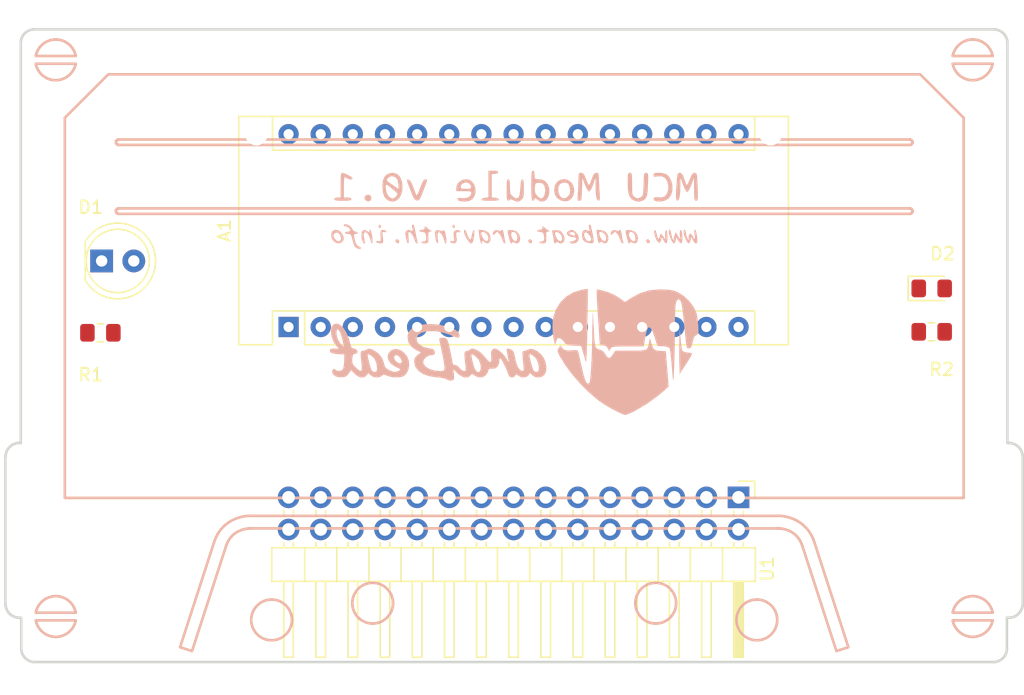
<source format=kicad_pcb>
(kicad_pcb (version 20171130) (host pcbnew "(5.0.1-3-g963ef8bb5)")
  (layers (0 F.Cu signal) (31 B.Cu signal) (34 B.Paste user) (35 F.Paste user) (36 B.SilkS user) (37 F.SilkS user) (38 B.Mask user) (39 F.Mask user) (44 Edge.Cuts user))
  (net 0 "")
  (net 1 D1)
  (net 2 D0)
  (net 3 AREF)
  (net 4 RST)
  (net 5 A0)
  (net 6 GND)
  (net 7 A1)
  (net 8 D2)
  (net 9 A2)
  (net 10 D3)
  (net 11 A3)
  (net 12 D4)
  (net 13 A4)
  (net 14 D5)
  (net 15 A5)
  (net 16 D6)
  (net 17 A6)
  (net 18 D7)
  (net 19 A7)
  (net 20 D8)
  (net 21 5V)
  (net 22 D9)
  (net 23 D10)
  (net 24 D11)
  (net 25 D12)
  (net 26 D13)
  (net 27 "Net-(D1-Pad1)")
  (net 28 "Net-(D2-Pad1)")
  (module ARABEAT:MCU-CASSETTE-SILKSCREEN-EDGECUT (layer F.Cu) (at 100 100)
    (fp_text reference REF** hide)
    (fp_text value CASSETTE-SILKSCREEN)
    (fp_line (start 79.361002 32.865871) (end 79.361002 1.249153) (layer Edge.Cuts) (width 0.2))
    (fp_line (start 79.577737 32.868496) (end 79.504293 32.865871) (layer Edge.Cuts) (width 0.2))
    (fp_line (start 79.649852 32.876258) (end 79.577737 32.868496) (layer Edge.Cuts) (width 0.2))
    (fp_line (start 79.720478 32.888989) (end 79.649852 32.876258) (layer Edge.Cuts) (width 0.2))
    (fp_line (start 79.789457 32.906517) (end 79.720478 32.888989) (layer Edge.Cuts) (width 0.2))
    (fp_line (start 79.856628 32.928675) (end 79.789457 32.906517) (layer Edge.Cuts) (width 0.2))
    (fp_line (start 79.921831 32.955292) (end 79.856628 32.928675) (layer Edge.Cuts) (width 0.2))
    (fp_line (start 79.984907 32.986199) (end 79.921831 32.955292) (layer Edge.Cuts) (width 0.2))
    (fp_line (start 80.045697 33.021227) (end 79.984907 32.986199) (layer Edge.Cuts) (width 0.2))
    (fp_line (start 80.104039 33.060206) (end 80.045697 33.021227) (layer Edge.Cuts) (width 0.2))
    (fp_line (start 80.159775 33.102967) (end 80.104039 33.060206) (layer Edge.Cuts) (width 0.2))
    (fp_line (start 80.212745 33.14934) (end 80.159775 33.102967) (layer Edge.Cuts) (width 0.2))
    (fp_line (start 80.262789 33.199156) (end 80.212745 33.14934) (layer Edge.Cuts) (width 0.2))
    (fp_line (start 80.309748 33.252245) (end 80.262789 33.199156) (layer Edge.Cuts) (width 0.2))
    (fp_line (start 80.353461 33.308438) (end 80.309748 33.252245) (layer Edge.Cuts) (width 0.2))
    (fp_line (start 80.393769 33.367566) (end 80.353461 33.308438) (layer Edge.Cuts) (width 0.2))
    (fp_line (start 80.430512 33.429459) (end 80.393769 33.367566) (layer Edge.Cuts) (width 0.2))
    (fp_line (start 80.463531 33.493947) (end 80.430512 33.429459) (layer Edge.Cuts) (width 0.2))
    (fp_line (start 80.492665 33.560861) (end 80.463531 33.493947) (layer Edge.Cuts) (width 0.2))
    (fp_line (start 80.517756 33.630033) (end 80.492665 33.560861) (layer Edge.Cuts) (width 0.2))
    (fp_line (start 80.538643 33.701291) (end 80.517756 33.630033) (layer Edge.Cuts) (width 0.2))
    (fp_line (start 80.555166 33.774467) (end 80.538643 33.701291) (layer Edge.Cuts) (width 0.2))
    (fp_line (start 80.567166 33.849392) (end 80.555166 33.774467) (layer Edge.Cuts) (width 0.2))
    (fp_line (start 80.574483 33.925895) (end 80.567166 33.849392) (layer Edge.Cuts) (width 0.2))
    (fp_line (start 80.576958 34.003808) (end 80.574483 33.925895) (layer Edge.Cuts) (width 0.2))
    (fp_line (start 80.576958 45.533635) (end 80.576958 34.003808) (layer Edge.Cuts) (width 0.2))
    (fp_line (start 80.574483 45.611511) (end 80.576958 45.533635) (layer Edge.Cuts) (width 0.2))
    (fp_line (start 80.567166 45.687981) (end 80.574483 45.611511) (layer Edge.Cuts) (width 0.2))
    (fp_line (start 80.555166 45.762874) (end 80.567166 45.687981) (layer Edge.Cuts) (width 0.2))
    (fp_line (start 80.538643 45.836022) (end 80.555166 45.762874) (layer Edge.Cuts) (width 0.2))
    (fp_line (start 80.517756 45.907255) (end 80.538643 45.836022) (layer Edge.Cuts) (width 0.2))
    (fp_line (start 80.492665 45.976403) (end 80.517756 45.907255) (layer Edge.Cuts) (width 0.2))
    (fp_line (start 80.463531 46.043297) (end 80.492665 45.976403) (layer Edge.Cuts) (width 0.2))
    (fp_line (start 80.430512 46.107767) (end 80.463531 46.043297) (layer Edge.Cuts) (width 0.2))
    (fp_line (start 80.393769 46.169643) (end 80.430512 46.107767) (layer Edge.Cuts) (width 0.2))
    (fp_line (start 80.353461 46.228757) (end 80.393769 46.169643) (layer Edge.Cuts) (width 0.2))
    (fp_line (start 80.309748 46.284937) (end 80.353461 46.228757) (layer Edge.Cuts) (width 0.2))
    (fp_line (start 80.262789 46.338016) (end 80.309748 46.284937) (layer Edge.Cuts) (width 0.2))
    (fp_line (start 80.212745 46.387823) (end 80.262789 46.338016) (layer Edge.Cuts) (width 0.2))
    (fp_line (start 80.159775 46.434188) (end 80.212745 46.387823) (layer Edge.Cuts) (width 0.2))
    (fp_line (start 80.104039 46.476943) (end 80.159775 46.434188) (layer Edge.Cuts) (width 0.2))
    (fp_line (start 80.045697 46.515917) (end 80.104039 46.476943) (layer Edge.Cuts) (width 0.2))
    (fp_line (start 79.984907 46.550941) (end 80.045697 46.515917) (layer Edge.Cuts) (width 0.2))
    (fp_line (start 79.921831 46.581845) (end 79.984907 46.550941) (layer Edge.Cuts) (width 0.2))
    (fp_line (start 79.856628 46.60846) (end 79.921831 46.581845) (layer Edge.Cuts) (width 0.2))
    (fp_line (start 79.789457 46.630617) (end 79.856628 46.60846) (layer Edge.Cuts) (width 0.2))
    (fp_line (start 79.720478 46.648144) (end 79.789457 46.630617) (layer Edge.Cuts) (width 0.2))
    (fp_line (start 79.649852 46.660874) (end 79.720478 46.648144) (layer Edge.Cuts) (width 0.2))
    (fp_line (start 79.577737 46.668636) (end 79.649852 46.660874) (layer Edge.Cuts) (width 0.2))
    (fp_line (start 79.504293 46.671262) (end 79.577737 46.668636) (layer Edge.Cuts) (width 0.2))
    (fp_line (start 79.325256 46.671262) (end 79.504293 46.671262) (layer Edge.Cuts) (width 0.2))
    (fp_line (start 79.325256 49.103484) (end 79.325256 46.671262) (layer Edge.Cuts) (width 0.2))
    (fp_line (start 79.32278 49.176929) (end 79.325256 49.103484) (layer Edge.Cuts) (width 0.2))
    (fp_line (start 79.315459 49.249049) (end 79.32278 49.176929) (layer Edge.Cuts) (width 0.2))
    (fp_line (start 79.303451 49.319683) (end 79.315459 49.249049) (layer Edge.Cuts) (width 0.2))
    (fp_line (start 79.286918 49.388671) (end 79.303451 49.319683) (layer Edge.Cuts) (width 0.2))
    (fp_line (start 79.26602 49.455854) (end 79.286918 49.388671) (layer Edge.Cuts) (width 0.2))
    (fp_line (start 79.240915 49.521071) (end 79.26602 49.455854) (layer Edge.Cuts) (width 0.2))
    (fp_line (start 79.211766 49.584163) (end 79.240915 49.521071) (layer Edge.Cuts) (width 0.2))
    (fp_line (start 79.17873 49.644969) (end 79.211766 49.584163) (layer Edge.Cuts) (width 0.2))
    (fp_line (start 79.141969 49.703329) (end 79.17873 49.644969) (layer Edge.Cuts) (width 0.2))
    (fp_line (start 79.101643 49.759084) (end 79.141969 49.703329) (layer Edge.Cuts) (width 0.2))
    (fp_line (start 79.05791 49.812073) (end 79.101643 49.759084) (layer Edge.Cuts) (width 0.2))
    (fp_line (start 79.010933 49.862136) (end 79.05791 49.812073) (layer Edge.Cuts) (width 0.2))
    (fp_line (start 78.960869 49.909114) (end 79.010933 49.862136) (layer Edge.Cuts) (width 0.2))
    (fp_line (start 78.90788 49.952846) (end 78.960869 49.909114) (layer Edge.Cuts) (width 0.2))
    (fp_line (start 78.852126 49.993173) (end 78.90788 49.952846) (layer Edge.Cuts) (width 0.2))
    (fp_line (start 78.793765 50.029934) (end 78.852126 49.993173) (layer Edge.Cuts) (width 0.2))
    (fp_line (start 78.732959 50.062969) (end 78.793765 50.029934) (layer Edge.Cuts) (width 0.2))
    (fp_line (start 78.669868 50.092119) (end 78.732959 50.062969) (layer Edge.Cuts) (width 0.2))
    (fp_line (start 78.604651 50.117223) (end 78.669868 50.092119) (layer Edge.Cuts) (width 0.2))
    (fp_line (start 78.537468 50.138122) (end 78.604651 50.117223) (layer Edge.Cuts) (width 0.2))
    (fp_line (start 78.46848 50.154655) (end 78.537468 50.138122) (layer Edge.Cuts) (width 0.2))
    (fp_line (start 78.397846 50.166662) (end 78.46848 50.154655) (layer Edge.Cuts) (width 0.2))
    (fp_line (start 78.325726 50.173984) (end 78.397846 50.166662) (layer Edge.Cuts) (width 0.2))
    (fp_line (start 78.252281 50.17646) (end 78.325726 50.173984) (layer Edge.Cuts) (width 0.2))
    (fp_line (start 2.500897 50.17646) (end 78.252281 50.17646) (layer Edge.Cuts) (width 0.2))
    (fp_line (start 2.427451 50.173984) (end 2.500897 50.17646) (layer Edge.Cuts) (width 0.2))
    (fp_line (start 2.355332 50.166662) (end 2.427451 50.173984) (layer Edge.Cuts) (width 0.2))
    (fp_line (start 2.284698 50.154655) (end 2.355332 50.166662) (layer Edge.Cuts) (width 0.2))
    (fp_line (start 2.215709 50.138122) (end 2.284698 50.154655) (layer Edge.Cuts) (width 0.2))
    (fp_line (start 2.148526 50.117223) (end 2.215709 50.138122) (layer Edge.Cuts) (width 0.2))
    (fp_line (start 2.083309 50.092119) (end 2.148526 50.117223) (layer Edge.Cuts) (width 0.2))
    (fp_line (start 2.020218 50.062969) (end 2.083309 50.092119) (layer Edge.Cuts) (width 0.2))
    (fp_line (start 1.959412 50.029934) (end 2.020218 50.062969) (layer Edge.Cuts) (width 0.2))
    (fp_line (start 1.901052 49.993173) (end 1.959412 50.029934) (layer Edge.Cuts) (width 0.2))
    (fp_line (start 1.845297 49.952846) (end 1.901052 49.993173) (layer Edge.Cuts) (width 0.2))
    (fp_line (start 1.792308 49.909114) (end 1.845297 49.952846) (layer Edge.Cuts) (width 0.2))
    (fp_line (start 1.742245 49.862136) (end 1.792308 49.909114) (layer Edge.Cuts) (width 0.2))
    (fp_line (start 1.695267 49.812073) (end 1.742245 49.862136) (layer Edge.Cuts) (width 0.2))
    (fp_line (start 1.651535 49.759084) (end 1.695267 49.812073) (layer Edge.Cuts) (width 0.2))
    (fp_line (start 1.611209 49.703329) (end 1.651535 49.759084) (layer Edge.Cuts) (width 0.2))
    (fp_line (start 1.574448 49.644969) (end 1.611209 49.703329) (layer Edge.Cuts) (width 0.2))
    (fp_line (start 1.541413 49.584163) (end 1.574448 49.644969) (layer Edge.Cuts) (width 0.2))
    (fp_line (start 1.512263 49.521071) (end 1.541413 49.584163) (layer Edge.Cuts) (width 0.2))
    (fp_line (start 1.487159 49.455854) (end 1.512263 49.521071) (layer Edge.Cuts) (width 0.2))
    (fp_line (start 1.46626 49.388671) (end 1.487159 49.455854) (layer Edge.Cuts) (width 0.2))
    (fp_line (start 1.449727 49.319683) (end 1.46626 49.388671) (layer Edge.Cuts) (width 0.2))
    (fp_line (start 1.43772 49.249049) (end 1.449727 49.319683) (layer Edge.Cuts) (width 0.2))
    (fp_line (start 1.430398 49.176929) (end 1.43772 49.249049) (layer Edge.Cuts) (width 0.2))
    (fp_line (start 1.427922 49.103484) (end 1.430398 49.176929) (layer Edge.Cuts) (width 0.2))
    (fp_line (start 1.427922 46.671262) (end 1.427922 49.103484) (layer Edge.Cuts) (width 0.2))
    (fp_line (start 1.249506 46.671262) (end 1.427922 46.671262) (layer Edge.Cuts) (width 0.2))
    (fp_line (start 1.176025 46.668636) (end 1.249506 46.671262) (layer Edge.Cuts) (width 0.2))
    (fp_line (start 1.103875 46.660874) (end 1.176025 46.668636) (layer Edge.Cuts) (width 0.2))
    (fp_line (start 1.033217 46.648144) (end 1.103875 46.660874) (layer Edge.Cuts) (width 0.2))
    (fp_line (start 0.96421 46.630617) (end 1.033217 46.648144) (layer Edge.Cuts) (width 0.2))
    (fp_line (start 0.897013 46.60846) (end 0.96421 46.630617) (layer Edge.Cuts) (width 0.2))
    (fp_line (start 0.831787 46.581845) (end 0.897013 46.60846) (layer Edge.Cuts) (width 0.2))
    (fp_line (start 0.76869 46.550941) (end 0.831787 46.581845) (layer Edge.Cuts) (width 0.2))
    (fp_line (start 0.707882 46.515917) (end 0.76869 46.550941) (layer Edge.Cuts) (width 0.2))
    (fp_line (start 0.649524 46.476943) (end 0.707882 46.515917) (layer Edge.Cuts) (width 0.2))
    (fp_line (start 0.593773 46.434188) (end 0.649524 46.476943) (layer Edge.Cuts) (width 0.2))
    (fp_line (start 0.540791 46.387823) (end 0.593773 46.434188) (layer Edge.Cuts) (width 0.2))
    (fp_line (start 0.490737 46.338016) (end 0.540791 46.387823) (layer Edge.Cuts) (width 0.2))
    (fp_line (start 0.44377 46.284937) (end 0.490737 46.338016) (layer Edge.Cuts) (width 0.2))
    (fp_line (start 0.400049 46.228757) (end 0.44377 46.284937) (layer Edge.Cuts) (width 0.2))
    (fp_line (start 0.359735 46.169643) (end 0.400049 46.228757) (layer Edge.Cuts) (width 0.2))
    (fp_line (start 0.322988 46.107767) (end 0.359735 46.169643) (layer Edge.Cuts) (width 0.2))
    (fp_line (start 0.289965 46.043297) (end 0.322988 46.107767) (layer Edge.Cuts) (width 0.2))
    (fp_line (start 0.260828 45.976403) (end 0.289965 46.043297) (layer Edge.Cuts) (width 0.2))
    (fp_line (start 0.235736 45.907255) (end 0.260828 45.976403) (layer Edge.Cuts) (width 0.2))
    (fp_line (start 0.214848 45.836022) (end 0.235736 45.907255) (layer Edge.Cuts) (width 0.2))
    (fp_line (start 0.198324 45.762874) (end 0.214848 45.836022) (layer Edge.Cuts) (width 0.2))
    (fp_line (start 0.186323 45.687981) (end 0.198324 45.762874) (layer Edge.Cuts) (width 0.2))
    (fp_line (start 0.179006 45.611511) (end 0.186323 45.687981) (layer Edge.Cuts) (width 0.2))
    (fp_line (start 0.176532 45.533635) (end 0.179006 45.611511) (layer Edge.Cuts) (width 0.2))
    (fp_line (start 0.649524 33.060206) (end 0.593773 33.102967) (layer Edge.Cuts) (width 0.2))
    (fp_line (start 0.707882 33.021227) (end 0.649524 33.060206) (layer Edge.Cuts) (width 0.2))
    (fp_line (start 0.76869 32.986199) (end 0.707882 33.021227) (layer Edge.Cuts) (width 0.2))
    (fp_line (start 0.831787 32.955292) (end 0.76869 32.986199) (layer Edge.Cuts) (width 0.2))
    (fp_line (start 0.897013 32.928675) (end 0.831787 32.955292) (layer Edge.Cuts) (width 0.2))
    (fp_line (start 1.659519 0.540698) (end 1.615786 0.593668) (layer Edge.Cuts) (width 0.2))
    (fp_line (start 1.706497 0.490653) (end 1.659519 0.540698) (layer Edge.Cuts) (width 0.2))
    (fp_line (start 1.756561 0.443694) (end 1.706497 0.490653) (layer Edge.Cuts) (width 0.2))
    (fp_line (start 1.80955 0.399981) (end 1.756561 0.443694) (layer Edge.Cuts) (width 0.2))
    (fp_line (start 1.865304 0.359673) (end 1.80955 0.399981) (layer Edge.Cuts) (width 0.2))
    (fp_line (start 1.923665 0.322929) (end 1.865304 0.359673) (layer Edge.Cuts) (width 0.2))
    (fp_line (start 1.98447 0.28991) (end 1.923665 0.322929) (layer Edge.Cuts) (width 0.2))
    (fp_line (start 2.047562 0.260775) (end 1.98447 0.28991) (layer Edge.Cuts) (width 0.2))
    (fp_line (start 2.112779 0.235685) (end 2.047562 0.260775) (layer Edge.Cuts) (width 0.2))
    (fp_line (start 79.504293 32.865871) (end 79.361002 32.865871) (layer Edge.Cuts) (width 0.2))
    (fp_line (start 1.476513 0.831613) (end 1.451408 0.896817) (layer Edge.Cuts) (width 0.2))
    (fp_line (start 1.505663 0.768537) (end 1.476513 0.831613) (layer Edge.Cuts) (width 0.2))
    (fp_line (start 1.538698 0.707747) (end 1.505663 0.768537) (layer Edge.Cuts) (width 0.2))
    (fp_line (start 1.57546 0.649404) (end 1.538698 0.707747) (layer Edge.Cuts) (width 0.2))
    (fp_line (start 1.615786 0.593668) (end 1.57546 0.649404) (layer Edge.Cuts) (width 0.2))
    (fp_line (start 1.392171 32.865871) (end 1.249506 32.865871) (layer Edge.Cuts) (width 0.2))
    (fp_line (start 1.392171 1.249153) (end 1.392171 32.865871) (layer Edge.Cuts) (width 0.2))
    (fp_line (start 1.394647 1.175709) (end 1.392171 1.249153) (layer Edge.Cuts) (width 0.2))
    (fp_line (start 1.401969 1.103594) (end 1.394647 1.175709) (layer Edge.Cuts) (width 0.2))
    (fp_line (start 1.413976 1.032967) (end 1.401969 1.103594) (layer Edge.Cuts) (width 0.2))
    (fp_line (start 1.430509 0.963988) (end 1.413976 1.032967) (layer Edge.Cuts) (width 0.2))
    (fp_line (start 1.451408 0.896817) (end 1.430509 0.963988) (layer Edge.Cuts) (width 0.2))
    (fp_line (start 2.179961 0.214798) (end 2.112779 0.235685) (layer Edge.Cuts) (width 0.2))
    (fp_line (start 2.248949 0.198274) (end 2.179961 0.214798) (layer Edge.Cuts) (width 0.2))
    (fp_line (start 2.319582 0.186274) (end 2.248949 0.198274) (layer Edge.Cuts) (width 0.2))
    (fp_line (start 2.391701 0.178957) (end 2.319582 0.186274) (layer Edge.Cuts) (width 0.2))
    (fp_line (start 2.465145 0.176482) (end 2.391701 0.178957) (layer Edge.Cuts) (width 0.2))
    (fp_line (start 0.96421 32.906517) (end 0.897013 32.928675) (layer Edge.Cuts) (width 0.2))
    (fp_line (start 1.033217 32.888989) (end 0.96421 32.906517) (layer Edge.Cuts) (width 0.2))
    (fp_line (start 1.103875 32.876258) (end 1.033217 32.888989) (layer Edge.Cuts) (width 0.2))
    (fp_line (start 1.176025 32.868496) (end 1.103875 32.876258) (layer Edge.Cuts) (width 0.2))
    (fp_line (start 1.249506 32.865871) (end 1.176025 32.868496) (layer Edge.Cuts) (width 0.2))
    (fp_line (start 78.82951 0.322929) (end 78.768704 0.28991) (layer Edge.Cuts) (width 0.2))
    (fp_line (start 78.887871 0.359673) (end 78.82951 0.322929) (layer Edge.Cuts) (width 0.2))
    (fp_line (start 78.943625 0.399981) (end 78.887871 0.359673) (layer Edge.Cuts) (width 0.2))
    (fp_line (start 78.996614 0.443694) (end 78.943625 0.399981) (layer Edge.Cuts) (width 0.2))
    (fp_line (start 79.046678 0.490653) (end 78.996614 0.443694) (layer Edge.Cuts) (width 0.2))
    (fp_line (start 79.093656 0.540698) (end 79.046678 0.490653) (layer Edge.Cuts) (width 0.2))
    (fp_line (start 79.137388 0.593668) (end 79.093656 0.540698) (layer Edge.Cuts) (width 0.2))
    (fp_line (start 79.177715 0.649404) (end 79.137388 0.593668) (layer Edge.Cuts) (width 0.2))
    (fp_line (start 79.214476 0.707747) (end 79.177715 0.649404) (layer Edge.Cuts) (width 0.2))
    (fp_line (start 79.247511 0.768537) (end 79.214476 0.707747) (layer Edge.Cuts) (width 0.2))
    (fp_line (start 79.276661 0.831613) (end 79.247511 0.768537) (layer Edge.Cuts) (width 0.2))
    (fp_line (start 79.301765 0.896817) (end 79.276661 0.831613) (layer Edge.Cuts) (width 0.2))
    (fp_line (start 79.322664 0.963988) (end 79.301765 0.896817) (layer Edge.Cuts) (width 0.2))
    (fp_line (start 79.339197 1.032967) (end 79.322664 0.963988) (layer Edge.Cuts) (width 0.2))
    (fp_line (start 79.351204 1.103594) (end 79.339197 1.032967) (layer Edge.Cuts) (width 0.2))
    (fp_line (start 79.358526 1.175709) (end 79.351204 1.103594) (layer Edge.Cuts) (width 0.2))
    (fp_line (start 79.361002 1.249153) (end 79.358526 1.175709) (layer Edge.Cuts) (width 0.2))
    (fp_line (start 0.260828 33.560861) (end 0.235736 33.630033) (layer Edge.Cuts) (width 0.2))
    (fp_line (start 0.289965 33.493947) (end 0.260828 33.560861) (layer Edge.Cuts) (width 0.2))
    (fp_line (start 0.322988 33.429459) (end 0.289965 33.493947) (layer Edge.Cuts) (width 0.2))
    (fp_line (start 0.359735 33.367566) (end 0.322988 33.429459) (layer Edge.Cuts) (width 0.2))
    (fp_line (start 0.400049 33.308438) (end 0.359735 33.367566) (layer Edge.Cuts) (width 0.2))
    (fp_line (start 0.44377 33.252245) (end 0.400049 33.308438) (layer Edge.Cuts) (width 0.2))
    (fp_line (start 0.490737 33.199156) (end 0.44377 33.252245) (layer Edge.Cuts) (width 0.2))
    (fp_line (start 0.540791 33.14934) (end 0.490737 33.199156) (layer Edge.Cuts) (width 0.2))
    (fp_line (start 0.593773 33.102967) (end 0.540791 33.14934) (layer Edge.Cuts) (width 0.2))
    (fp_line (start 0.198324 33.774467) (end 0.186323 33.849392) (layer Edge.Cuts) (width 0.2))
    (fp_line (start 0.214848 33.701291) (end 0.198324 33.774467) (layer Edge.Cuts) (width 0.2))
    (fp_line (start 0.235736 33.630033) (end 0.214848 33.701291) (layer Edge.Cuts) (width 0.2))
    (fp_line (start 0.176532 34.003808) (end 0.176532 45.533635) (layer Edge.Cuts) (width 0.2))
    (fp_line (start 0.179006 33.925895) (end 0.176532 34.003808) (layer Edge.Cuts) (width 0.2))
    (fp_line (start 0.186323 33.849392) (end 0.179006 33.925895) (layer Edge.Cuts) (width 0.2))
    (fp_line (start 78.288027 0.176482) (end 2.465145 0.176482) (layer Edge.Cuts) (width 0.2))
    (fp_line (start 78.361472 0.178957) (end 78.288027 0.176482) (layer Edge.Cuts) (width 0.2))
    (fp_line (start 78.433591 0.186274) (end 78.361472 0.178957) (layer Edge.Cuts) (width 0.2))
    (fp_line (start 78.504225 0.198274) (end 78.433591 0.186274) (layer Edge.Cuts) (width 0.2))
    (fp_line (start 78.573213 0.214798) (end 78.504225 0.198274) (layer Edge.Cuts) (width 0.2))
    (fp_line (start 78.640396 0.235685) (end 78.573213 0.214798) (layer Edge.Cuts) (width 0.2))
    (fp_line (start 78.705613 0.260775) (end 78.640396 0.235685) (layer Edge.Cuts) (width 0.2))
    (fp_line (start 78.768704 0.28991) (end 78.705613 0.260775) (layer Edge.Cuts) (width 0.2))
  )
  (module Module:Arduino_Nano_WithMountingHoles (layer F.Cu) (at 122.555 123.698 90)
    (fp_text reference A1 (at 7.62 -5.08 90) (layer F.SilkS))
    (fp_text value Arduino_Nano_v3.x)
    (pad "" np_thru_hole circle (at 0 38.1 90) (size 1.78 1.78) (drill 1.78) (layers *.Cu *.Mask))
    (pad "" np_thru_hole circle (at 15.24 38.1 90) (size 1.78 1.78) (drill 1.78) (layers *.Cu *.Mask))
    (pad "" np_thru_hole circle (at 15.24 -2.54 90) (size 1.78 1.78) (drill 1.78) (layers *.Cu *.Mask))
    (pad "" np_thru_hole circle (at 0 -2.54 90) (size 1.78 1.78) (drill 1.78) (layers *.Cu *.Mask))
    (pad 16 thru_hole oval (at 15.24 35.56 90) (size 1.6 1.6) (drill 0.8) (layers *.Cu *.Mask) (net 26 D13))
    (pad 15 thru_hole oval (at 0 35.56 90) (size 1.6 1.6) (drill 0.8) (layers *.Cu *.Mask) (net 25 D12))
    (pad 30 thru_hole oval (at 15.24 0 90) (size 1.6 1.6) (drill 0.8) (layers *.Cu *.Mask))
    (pad 14 thru_hole oval (at 0 33.02 90) (size 1.6 1.6) (drill 0.8) (layers *.Cu *.Mask) (net 24 D11))
    (pad 29 thru_hole oval (at 15.24 2.54 90) (size 1.6 1.6) (drill 0.8) (layers *.Cu *.Mask) (net 6 GND))
    (pad 13 thru_hole oval (at 0 30.48 90) (size 1.6 1.6) (drill 0.8) (layers *.Cu *.Mask) (net 23 D10))
    (pad 28 thru_hole oval (at 15.24 5.08 90) (size 1.6 1.6) (drill 0.8) (layers *.Cu *.Mask) (net 4 RST))
    (pad 12 thru_hole oval (at 0 27.94 90) (size 1.6 1.6) (drill 0.8) (layers *.Cu *.Mask) (net 22 D9))
    (pad 27 thru_hole oval (at 15.24 7.62 90) (size 1.6 1.6) (drill 0.8) (layers *.Cu *.Mask) (net 21 5V))
    (pad 11 thru_hole oval (at 0 25.4 90) (size 1.6 1.6) (drill 0.8) (layers *.Cu *.Mask) (net 20 D8))
    (pad 26 thru_hole oval (at 15.24 10.16 90) (size 1.6 1.6) (drill 0.8) (layers *.Cu *.Mask) (net 19 A7))
    (pad 10 thru_hole oval (at 0 22.86 90) (size 1.6 1.6) (drill 0.8) (layers *.Cu *.Mask) (net 18 D7))
    (pad 25 thru_hole oval (at 15.24 12.7 90) (size 1.6 1.6) (drill 0.8) (layers *.Cu *.Mask) (net 17 A6))
    (pad 9 thru_hole oval (at 0 20.32 90) (size 1.6 1.6) (drill 0.8) (layers *.Cu *.Mask) (net 16 D6))
    (pad 24 thru_hole oval (at 15.24 15.24 90) (size 1.6 1.6) (drill 0.8) (layers *.Cu *.Mask) (net 15 A5))
    (pad 8 thru_hole oval (at 0 17.78 90) (size 1.6 1.6) (drill 0.8) (layers *.Cu *.Mask) (net 14 D5))
    (pad 23 thru_hole oval (at 15.24 17.78 90) (size 1.6 1.6) (drill 0.8) (layers *.Cu *.Mask) (net 13 A4))
    (pad 7 thru_hole oval (at 0 15.24 90) (size 1.6 1.6) (drill 0.8) (layers *.Cu *.Mask) (net 12 D4))
    (pad 22 thru_hole oval (at 15.24 20.32 90) (size 1.6 1.6) (drill 0.8) (layers *.Cu *.Mask) (net 11 A3))
    (pad 6 thru_hole oval (at 0 12.7 90) (size 1.6 1.6) (drill 0.8) (layers *.Cu *.Mask) (net 10 D3))
    (pad 21 thru_hole oval (at 15.24 22.86 90) (size 1.6 1.6) (drill 0.8) (layers *.Cu *.Mask) (net 9 A2))
    (pad 5 thru_hole oval (at 0 10.16 90) (size 1.6 1.6) (drill 0.8) (layers *.Cu *.Mask) (net 8 D2))
    (pad 20 thru_hole oval (at 15.24 25.4 90) (size 1.6 1.6) (drill 0.8) (layers *.Cu *.Mask) (net 7 A1))
    (pad 4 thru_hole oval (at 0 7.62 90) (size 1.6 1.6) (drill 0.8) (layers *.Cu *.Mask) (net 6 GND))
    (pad 19 thru_hole oval (at 15.24 27.94 90) (size 1.6 1.6) (drill 0.8) (layers *.Cu *.Mask) (net 5 A0))
    (pad 3 thru_hole oval (at 0 5.08 90) (size 1.6 1.6) (drill 0.8) (layers *.Cu *.Mask) (net 4 RST))
    (pad 18 thru_hole oval (at 15.24 30.48 90) (size 1.6 1.6) (drill 0.8) (layers *.Cu *.Mask) (net 3 AREF))
    (pad 2 thru_hole oval (at 0 2.54 90) (size 1.6 1.6) (drill 0.8) (layers *.Cu *.Mask) (net 2 D0))
    (pad 17 thru_hole oval (at 15.24 33.02 90) (size 1.6 1.6) (drill 0.8) (layers *.Cu *.Mask))
    (pad 1 thru_hole rect (at 0 0 90) (size 1.6 1.6) (drill 0.8) (layers *.Cu *.Mask) (net 1 D1))
  )
  (module LED_THT:LED_D5.0mm (layer F.Cu) (at 107.7833 118.4783)
    (fp_text reference D1 (at -0.862 -4.2418) (layer F.SilkS))
    (fp_text value RED_HEART_LED)
    (pad 2 thru_hole circle (at 2.54 0) (size 1.8 1.8) (drill 0.9) (layers *.Cu *.Mask) (net 14 D5))
    (pad 1 thru_hole rect (at 0 0) (size 1.8 1.8) (drill 0.9) (layers *.Cu *.Mask) (net 27 "Net-(D1-Pad1)"))
  )
  (module LED_SMD:LED_0805_2012Metric_Pad1.15x1.40mm_HandSolder (layer F.Cu) (at 173.3804 120.65)
    (fp_text reference D2 (at 0.8636 -2.7432) (layer F.SilkS))
    (fp_text value GREEN_PWR_LED)
    (pad 2 smd roundrect (at 1.025 0) (size 1.15 1.4) (layers F.Cu F.Paste F.Mask) (roundrect_rratio 0.217391) (net 21 5V))
    (pad 1 smd roundrect (at -1.025 0) (size 1.15 1.4) (layers F.Cu F.Paste F.Mask) (roundrect_rratio 0.217391) (net 28 "Net-(D2-Pad1)"))
  )
  (module Resistor_SMD:R_0805_2012Metric_Pad1.15x1.40mm_HandSolder (layer F.Cu) (at 107.6833 124.1552)
    (fp_text reference R1 (at -0.762 3.3147) (layer F.SilkS))
    (fp_text value 1K)
    (pad 2 smd roundrect (at 1.025 0) (size 1.15 1.4) (layers F.Cu F.Paste F.Mask) (roundrect_rratio 0.217391) (net 6 GND))
    (pad 1 smd roundrect (at -1.025 0) (size 1.15 1.4) (layers F.Cu F.Paste F.Mask) (roundrect_rratio 0.217391) (net 27 "Net-(D1-Pad1)"))
  )
  (module Resistor_SMD:R_0805_2012Metric_Pad1.15x1.40mm_HandSolder (layer F.Cu) (at 173.3804 124.079)
    (fp_text reference R2 (at 0.7874 2.9718) (layer F.SilkS))
    (fp_text value 1K)
    (pad 2 smd roundrect (at 1.025 0) (size 1.15 1.4) (layers F.Cu F.Paste F.Mask) (roundrect_rratio 0.217391) (net 6 GND))
    (pad 1 smd roundrect (at -1.025 0) (size 1.15 1.4) (layers F.Cu F.Paste F.Mask) (roundrect_rratio 0.217391) (net 28 "Net-(D2-Pad1)"))
  )
  (module ARABEAT:MCU-CASSETTE-MARK (layer F.Cu) (at 100 100)
    (fp_text reference REF** hide)
    (fp_text value CASSETTE-MARK)
  )
  (module Connector_PinHeader_2.54mm:PinHeader_2x15_P2.54mm_Horizontal (layer F.Cu) (at 158.115 137.16 270)
    (fp_text reference U1 (at 5.655 -2.27 270) (layer F.SilkS))
    (fp_text value 02x15_PIN_HEADER_SOCKET)
    (pad 30 thru_hole oval (at 2.54 35.56 270) (size 1.7 1.7) (drill 1) (layers *.Cu *.Mask) (net 6 GND))
    (pad 29 thru_hole oval (at 0 35.56 270) (size 1.7 1.7) (drill 1) (layers *.Cu *.Mask))
    (pad 28 thru_hole oval (at 2.54 33.02 270) (size 1.7 1.7) (drill 1) (layers *.Cu *.Mask))
    (pad 27 thru_hole oval (at 0 33.02 270) (size 1.7 1.7) (drill 1) (layers *.Cu *.Mask))
    (pad 26 thru_hole oval (at 2.54 30.48 270) (size 1.7 1.7) (drill 1) (layers *.Cu *.Mask))
    (pad 25 thru_hole oval (at 0 30.48 270) (size 1.7 1.7) (drill 1) (layers *.Cu *.Mask) (net 4 RST))
    (pad 24 thru_hole oval (at 2.54 27.94 270) (size 1.7 1.7) (drill 1) (layers *.Cu *.Mask) (net 3 AREF))
    (pad 23 thru_hole oval (at 0 27.94 270) (size 1.7 1.7) (drill 1) (layers *.Cu *.Mask) (net 19 A7))
    (pad 22 thru_hole oval (at 2.54 25.4 270) (size 1.7 1.7) (drill 1) (layers *.Cu *.Mask) (net 17 A6))
    (pad 21 thru_hole oval (at 0 25.4 270) (size 1.7 1.7) (drill 1) (layers *.Cu *.Mask) (net 15 A5))
    (pad 20 thru_hole oval (at 2.54 22.86 270) (size 1.7 1.7) (drill 1) (layers *.Cu *.Mask) (net 13 A4))
    (pad 19 thru_hole oval (at 0 22.86 270) (size 1.7 1.7) (drill 1) (layers *.Cu *.Mask) (net 11 A3))
    (pad 18 thru_hole oval (at 2.54 20.32 270) (size 1.7 1.7) (drill 1) (layers *.Cu *.Mask) (net 9 A2))
    (pad 17 thru_hole oval (at 0 20.32 270) (size 1.7 1.7) (drill 1) (layers *.Cu *.Mask) (net 7 A1))
    (pad 16 thru_hole oval (at 2.54 17.78 270) (size 1.7 1.7) (drill 1) (layers *.Cu *.Mask) (net 5 A0))
    (pad 15 thru_hole oval (at 0 17.78 270) (size 1.7 1.7) (drill 1) (layers *.Cu *.Mask) (net 26 D13))
    (pad 14 thru_hole oval (at 2.54 15.24 270) (size 1.7 1.7) (drill 1) (layers *.Cu *.Mask) (net 25 D12))
    (pad 13 thru_hole oval (at 0 15.24 270) (size 1.7 1.7) (drill 1) (layers *.Cu *.Mask) (net 24 D11))
    (pad 12 thru_hole oval (at 2.54 12.7 270) (size 1.7 1.7) (drill 1) (layers *.Cu *.Mask) (net 23 D10))
    (pad 11 thru_hole oval (at 0 12.7 270) (size 1.7 1.7) (drill 1) (layers *.Cu *.Mask) (net 22 D9))
    (pad 10 thru_hole oval (at 2.54 10.16 270) (size 1.7 1.7) (drill 1) (layers *.Cu *.Mask) (net 20 D8))
    (pad 9 thru_hole oval (at 0 10.16 270) (size 1.7 1.7) (drill 1) (layers *.Cu *.Mask) (net 18 D7))
    (pad 8 thru_hole oval (at 2.54 7.62 270) (size 1.7 1.7) (drill 1) (layers *.Cu *.Mask) (net 16 D6))
    (pad 7 thru_hole oval (at 0 7.62 270) (size 1.7 1.7) (drill 1) (layers *.Cu *.Mask) (net 14 D5))
    (pad 6 thru_hole oval (at 2.54 5.08 270) (size 1.7 1.7) (drill 1) (layers *.Cu *.Mask) (net 12 D4))
    (pad 5 thru_hole oval (at 0 5.08 270) (size 1.7 1.7) (drill 1) (layers *.Cu *.Mask) (net 10 D3))
    (pad 4 thru_hole oval (at 2.54 2.54 270) (size 1.7 1.7) (drill 1) (layers *.Cu *.Mask) (net 8 D2))
    (pad 3 thru_hole oval (at 0 2.54 270) (size 1.7 1.7) (drill 1) (layers *.Cu *.Mask) (net 2 D0))
    (pad 2 thru_hole oval (at 2.54 0 270) (size 1.7 1.7) (drill 1) (layers *.Cu *.Mask) (net 1 D1))
    (pad 1 thru_hole rect (at 0 0 270) (size 1.7 1.7) (drill 1) (layers *.Cu *.Mask) (net 21 5V))
  )
  (module ARABEAT:MCU-CASSETTE-LOGO (layer B.Cu) (at 140.3858 121 180)
    (fp_text reference G*** hide)
    (fp_text value LOGO hide)
  )
)
</source>
